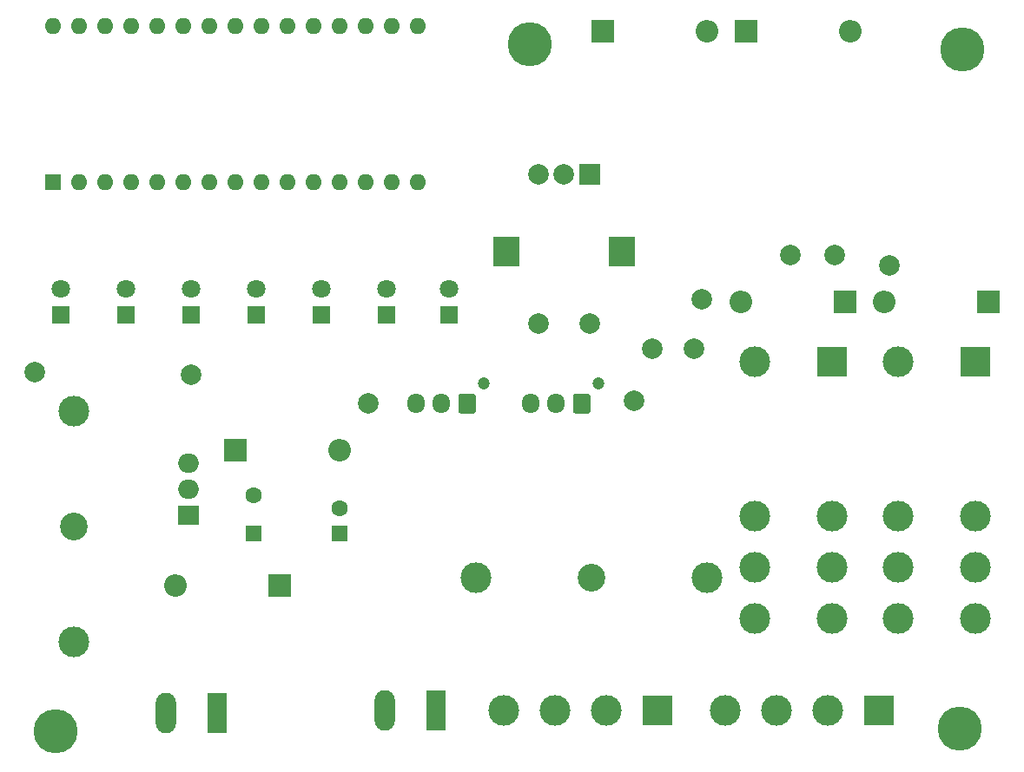
<source format=gbr>
%TF.GenerationSoftware,KiCad,Pcbnew,(5.1.9)-1*%
%TF.CreationDate,2021-09-01T12:14:14+02:00*%
%TF.ProjectId,scheda recinzione,73636865-6461-4207-9265-63696e7a696f,rev?*%
%TF.SameCoordinates,Original*%
%TF.FileFunction,Soldermask,Bot*%
%TF.FilePolarity,Negative*%
%FSLAX46Y46*%
G04 Gerber Fmt 4.6, Leading zero omitted, Abs format (unit mm)*
G04 Created by KiCad (PCBNEW (5.1.9)-1) date 2021-09-01 12:14:14*
%MOMM*%
%LPD*%
G01*
G04 APERTURE LIST*
%ADD10C,2.000000*%
%ADD11C,1.200000*%
%ADD12O,1.700000X1.950000*%
%ADD13R,2.000000X2.000000*%
%ADD14R,2.500000X3.000000*%
%ADD15O,2.200000X2.200000*%
%ADD16R,2.200000X2.200000*%
%ADD17C,2.700000*%
%ADD18C,3.000000*%
%ADD19C,4.300000*%
%ADD20R,3.000000X3.000000*%
%ADD21C,1.800000*%
%ADD22R,1.800000X1.800000*%
%ADD23O,2.000000X1.905000*%
%ADD24R,2.000000X1.905000*%
%ADD25O,1.600000X1.600000*%
%ADD26R,1.600000X1.600000*%
%ADD27C,1.600000*%
%ADD28O,1.980000X3.960000*%
%ADD29R,1.980000X3.960000*%
G04 APERTURE END LIST*
D10*
%TO.C,TP10*%
X260604000Y-107696000D03*
%TD*%
%TO.C,TP9*%
X256286000Y-107696000D03*
%TD*%
%TO.C,TP8*%
X182626000Y-119126000D03*
%TD*%
%TO.C,TP7*%
X242824000Y-116840000D03*
%TD*%
%TO.C,TP6*%
X246888000Y-116840000D03*
%TD*%
%TO.C,TP5*%
X197866000Y-119380000D03*
%TD*%
%TO.C,TP3*%
X265938000Y-108712000D03*
%TD*%
%TO.C,TP2*%
X215138000Y-122174000D03*
%TD*%
%TO.C,TP1*%
X241046000Y-121920000D03*
%TD*%
%TO.C,TP4*%
X247650000Y-112014000D03*
%TD*%
D11*
%TO.C,J1*%
X237566000Y-120174000D03*
D12*
X230966000Y-122174000D03*
X233466000Y-122174000D03*
G36*
G01*
X236816000Y-121449000D02*
X236816000Y-122899000D01*
G75*
G02*
X236566000Y-123149000I-250000J0D01*
G01*
X235366000Y-123149000D01*
G75*
G02*
X235116000Y-122899000I0J250000D01*
G01*
X235116000Y-121449000D01*
G75*
G02*
X235366000Y-121199000I250000J0D01*
G01*
X236566000Y-121199000D01*
G75*
G02*
X236816000Y-121449000I0J-250000D01*
G01*
G37*
%TD*%
D13*
%TO.C,J9*%
X236728000Y-99822000D03*
D10*
X234228000Y-99822000D03*
X231728000Y-99822000D03*
D14*
X239828000Y-107322000D03*
X228628000Y-107322000D03*
D10*
X236728000Y-114322000D03*
X231728000Y-114322000D03*
%TD*%
D15*
%TO.C,D13*%
X262128000Y-85852000D03*
D16*
X251968000Y-85852000D03*
%TD*%
D15*
%TO.C,D12*%
X248158000Y-85852000D03*
D16*
X237998000Y-85852000D03*
%TD*%
D17*
%TO.C,F1*%
X236908000Y-139192000D03*
D18*
X225658000Y-139192000D03*
X248158000Y-139192000D03*
%TD*%
D19*
%TO.C,H4*%
X272796000Y-153924000D03*
%TD*%
%TO.C,H3*%
X184658000Y-154178000D03*
%TD*%
%TO.C,H2*%
X273050000Y-87630000D03*
%TD*%
%TO.C,H1*%
X230886000Y-87122000D03*
%TD*%
D17*
%TO.C,F2*%
X186436000Y-134186000D03*
D18*
X186436000Y-145436000D03*
X186436000Y-122936000D03*
%TD*%
D20*
%TO.C,K2*%
X260350000Y-118110000D03*
D18*
X252850000Y-118110000D03*
X260350000Y-138110000D03*
X252850000Y-143110000D03*
X252850000Y-133110000D03*
X260350000Y-133110000D03*
X252850000Y-138110000D03*
X260350000Y-143110000D03*
%TD*%
D20*
%TO.C,J4*%
X243332000Y-152146000D03*
D18*
X238332000Y-152146000D03*
X233332000Y-152146000D03*
X228332000Y-152146000D03*
%TD*%
D21*
%TO.C,D9*%
X223026000Y-110998000D03*
D22*
X223026000Y-113538000D03*
%TD*%
D23*
%TO.C,U1*%
X197612000Y-128016000D03*
X197612000Y-130556000D03*
D24*
X197612000Y-133096000D03*
%TD*%
D25*
%TO.C,A1*%
X219964000Y-85344000D03*
X219964000Y-100584000D03*
X184404000Y-85344000D03*
X217424000Y-100584000D03*
X186944000Y-85344000D03*
X214884000Y-100584000D03*
X189484000Y-85344000D03*
X212344000Y-100584000D03*
X192024000Y-85344000D03*
X209804000Y-100584000D03*
X194564000Y-85344000D03*
X207264000Y-100584000D03*
X197104000Y-85344000D03*
X204724000Y-100584000D03*
X199644000Y-85344000D03*
X202184000Y-100584000D03*
X202184000Y-85344000D03*
X199644000Y-100584000D03*
X204724000Y-85344000D03*
X197104000Y-100584000D03*
X207264000Y-85344000D03*
X194564000Y-100584000D03*
X209804000Y-85344000D03*
X192024000Y-100584000D03*
X212344000Y-85344000D03*
X189484000Y-100584000D03*
X214884000Y-85344000D03*
X186944000Y-100584000D03*
X217424000Y-85344000D03*
D26*
X184404000Y-100584000D03*
%TD*%
D21*
%TO.C,D3*%
X185166000Y-110998000D03*
D22*
X185166000Y-113538000D03*
%TD*%
D21*
%TO.C,D8*%
X216916000Y-110998000D03*
D22*
X216916000Y-113538000D03*
%TD*%
D15*
%TO.C,D11*%
X212344000Y-126746000D03*
D16*
X202184000Y-126746000D03*
%TD*%
D27*
%TO.C,C13*%
X212344000Y-132374000D03*
D26*
X212344000Y-134874000D03*
%TD*%
D27*
%TO.C,C12*%
X203962000Y-131074000D03*
D26*
X203962000Y-134874000D03*
%TD*%
D20*
%TO.C,J5*%
X264922000Y-152146000D03*
D18*
X259922000Y-152146000D03*
X254922000Y-152146000D03*
X249922000Y-152146000D03*
%TD*%
D21*
%TO.C,D7*%
X210566000Y-110998000D03*
D22*
X210566000Y-113538000D03*
%TD*%
D21*
%TO.C,D6*%
X204216000Y-110998000D03*
D22*
X204216000Y-113538000D03*
%TD*%
D21*
%TO.C,D5*%
X197866000Y-110998000D03*
D22*
X197866000Y-113538000D03*
%TD*%
D21*
%TO.C,D4*%
X191516000Y-110998000D03*
D22*
X191516000Y-113538000D03*
%TD*%
D28*
%TO.C,J7*%
X195406000Y-152400000D03*
D29*
X200406000Y-152400000D03*
%TD*%
%TO.C,J3*%
X221742000Y-152146000D03*
D28*
X216742000Y-152146000D03*
%TD*%
D11*
%TO.C,J2*%
X226390000Y-120174000D03*
D12*
X219790000Y-122174000D03*
X222290000Y-122174000D03*
G36*
G01*
X225640000Y-121449000D02*
X225640000Y-122899000D01*
G75*
G02*
X225390000Y-123149000I-250000J0D01*
G01*
X224190000Y-123149000D01*
G75*
G02*
X223940000Y-122899000I0J250000D01*
G01*
X223940000Y-121449000D01*
G75*
G02*
X224190000Y-121199000I250000J0D01*
G01*
X225390000Y-121199000D01*
G75*
G02*
X225640000Y-121449000I0J-250000D01*
G01*
G37*
%TD*%
D15*
%TO.C,D10*%
X196342000Y-139954000D03*
D16*
X206502000Y-139954000D03*
%TD*%
D20*
%TO.C,K1*%
X274320000Y-118110000D03*
D18*
X266820000Y-118110000D03*
X274320000Y-138110000D03*
X266820000Y-143110000D03*
X266820000Y-133110000D03*
X274320000Y-133110000D03*
X266820000Y-138110000D03*
X274320000Y-143110000D03*
%TD*%
D16*
%TO.C,D2*%
X261620000Y-112268000D03*
D15*
X251460000Y-112268000D03*
%TD*%
D16*
%TO.C,D1*%
X275590000Y-112268000D03*
D15*
X265430000Y-112268000D03*
%TD*%
M02*

</source>
